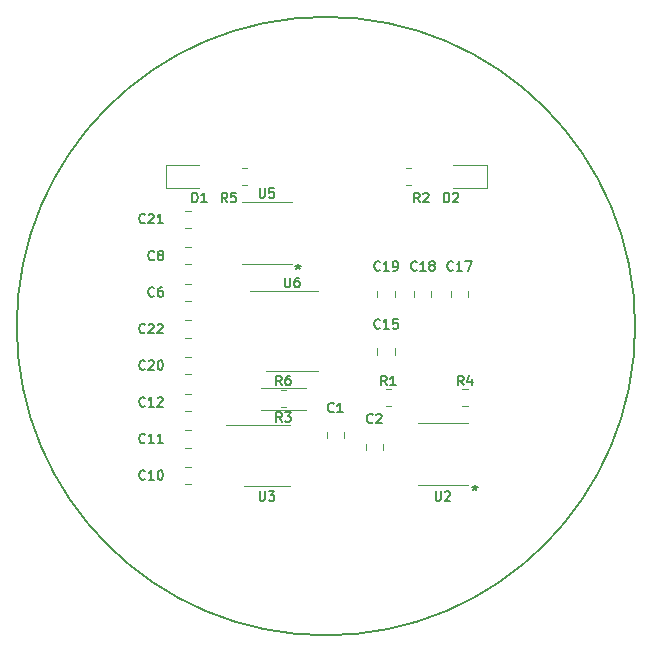
<source format=gbr>
%TF.GenerationSoftware,KiCad,Pcbnew,6.0.10-86aedd382b~118~ubuntu20.04.1*%
%TF.CreationDate,2023-01-12T10:33:16+01:00*%
%TF.ProjectId,thrust_controller,74687275-7374-45f6-936f-6e74726f6c6c,rev?*%
%TF.SameCoordinates,Original*%
%TF.FileFunction,Legend,Top*%
%TF.FilePolarity,Positive*%
%FSLAX46Y46*%
G04 Gerber Fmt 4.6, Leading zero omitted, Abs format (unit mm)*
G04 Created by KiCad (PCBNEW 6.0.10-86aedd382b~118~ubuntu20.04.1) date 2023-01-12 10:33:16*
%MOMM*%
%LPD*%
G01*
G04 APERTURE LIST*
%TA.AperFunction,Profile*%
%ADD10C,0.200000*%
%TD*%
%ADD11C,0.150000*%
%ADD12C,0.120000*%
G04 APERTURE END LIST*
D10*
X169350000Y-83700000D02*
G75*
G03*
X169350000Y-83700000I-26180000J0D01*
G01*
D11*
%TO.C,D1*%
X131869523Y-73211904D02*
X131869523Y-72411904D01*
X132060000Y-72411904D01*
X132174285Y-72450000D01*
X132250476Y-72526190D01*
X132288571Y-72602380D01*
X132326666Y-72754761D01*
X132326666Y-72869047D01*
X132288571Y-73021428D01*
X132250476Y-73097619D01*
X132174285Y-73173809D01*
X132060000Y-73211904D01*
X131869523Y-73211904D01*
X133088571Y-73211904D02*
X132631428Y-73211904D01*
X132860000Y-73211904D02*
X132860000Y-72411904D01*
X132783809Y-72526190D01*
X132707619Y-72602380D01*
X132631428Y-72640476D01*
%TO.C,C21*%
X127845714Y-74935714D02*
X127807619Y-74973809D01*
X127693333Y-75011904D01*
X127617142Y-75011904D01*
X127502857Y-74973809D01*
X127426666Y-74897619D01*
X127388571Y-74821428D01*
X127350476Y-74669047D01*
X127350476Y-74554761D01*
X127388571Y-74402380D01*
X127426666Y-74326190D01*
X127502857Y-74250000D01*
X127617142Y-74211904D01*
X127693333Y-74211904D01*
X127807619Y-74250000D01*
X127845714Y-74288095D01*
X128150476Y-74288095D02*
X128188571Y-74250000D01*
X128264761Y-74211904D01*
X128455238Y-74211904D01*
X128531428Y-74250000D01*
X128569523Y-74288095D01*
X128607619Y-74364285D01*
X128607619Y-74440476D01*
X128569523Y-74554761D01*
X128112380Y-75011904D01*
X128607619Y-75011904D01*
X129369523Y-75011904D02*
X128912380Y-75011904D01*
X129140952Y-75011904D02*
X129140952Y-74211904D01*
X129064761Y-74326190D01*
X128988571Y-74402380D01*
X128912380Y-74440476D01*
%TO.C,C11*%
X127845714Y-93535714D02*
X127807619Y-93573809D01*
X127693333Y-93611904D01*
X127617142Y-93611904D01*
X127502857Y-93573809D01*
X127426666Y-93497619D01*
X127388571Y-93421428D01*
X127350476Y-93269047D01*
X127350476Y-93154761D01*
X127388571Y-93002380D01*
X127426666Y-92926190D01*
X127502857Y-92850000D01*
X127617142Y-92811904D01*
X127693333Y-92811904D01*
X127807619Y-92850000D01*
X127845714Y-92888095D01*
X128607619Y-93611904D02*
X128150476Y-93611904D01*
X128379047Y-93611904D02*
X128379047Y-92811904D01*
X128302857Y-92926190D01*
X128226666Y-93002380D01*
X128150476Y-93040476D01*
X129369523Y-93611904D02*
X128912380Y-93611904D01*
X129140952Y-93611904D02*
X129140952Y-92811904D01*
X129064761Y-92926190D01*
X128988571Y-93002380D01*
X128912380Y-93040476D01*
%TO.C,R1*%
X148326666Y-88711904D02*
X148060000Y-88330952D01*
X147869523Y-88711904D02*
X147869523Y-87911904D01*
X148174285Y-87911904D01*
X148250476Y-87950000D01*
X148288571Y-87988095D01*
X148326666Y-88064285D01*
X148326666Y-88178571D01*
X148288571Y-88254761D01*
X148250476Y-88292857D01*
X148174285Y-88330952D01*
X147869523Y-88330952D01*
X149088571Y-88711904D02*
X148631428Y-88711904D01*
X148860000Y-88711904D02*
X148860000Y-87911904D01*
X148783809Y-88026190D01*
X148707619Y-88102380D01*
X148631428Y-88140476D01*
%TO.C,C6*%
X128626666Y-81135714D02*
X128588571Y-81173809D01*
X128474285Y-81211904D01*
X128398095Y-81211904D01*
X128283809Y-81173809D01*
X128207619Y-81097619D01*
X128169523Y-81021428D01*
X128131428Y-80869047D01*
X128131428Y-80754761D01*
X128169523Y-80602380D01*
X128207619Y-80526190D01*
X128283809Y-80450000D01*
X128398095Y-80411904D01*
X128474285Y-80411904D01*
X128588571Y-80450000D01*
X128626666Y-80488095D01*
X129312380Y-80411904D02*
X129160000Y-80411904D01*
X129083809Y-80450000D01*
X129045714Y-80488095D01*
X128969523Y-80602380D01*
X128931428Y-80754761D01*
X128931428Y-81059523D01*
X128969523Y-81135714D01*
X129007619Y-81173809D01*
X129083809Y-81211904D01*
X129236190Y-81211904D01*
X129312380Y-81173809D01*
X129350476Y-81135714D01*
X129388571Y-81059523D01*
X129388571Y-80869047D01*
X129350476Y-80792857D01*
X129312380Y-80754761D01*
X129236190Y-80716666D01*
X129083809Y-80716666D01*
X129007619Y-80754761D01*
X128969523Y-80792857D01*
X128931428Y-80869047D01*
%TO.C,C19*%
X147745714Y-78935714D02*
X147707619Y-78973809D01*
X147593333Y-79011904D01*
X147517142Y-79011904D01*
X147402857Y-78973809D01*
X147326666Y-78897619D01*
X147288571Y-78821428D01*
X147250476Y-78669047D01*
X147250476Y-78554761D01*
X147288571Y-78402380D01*
X147326666Y-78326190D01*
X147402857Y-78250000D01*
X147517142Y-78211904D01*
X147593333Y-78211904D01*
X147707619Y-78250000D01*
X147745714Y-78288095D01*
X148507619Y-79011904D02*
X148050476Y-79011904D01*
X148279047Y-79011904D02*
X148279047Y-78211904D01*
X148202857Y-78326190D01*
X148126666Y-78402380D01*
X148050476Y-78440476D01*
X148888571Y-79011904D02*
X149040952Y-79011904D01*
X149117142Y-78973809D01*
X149155238Y-78935714D01*
X149231428Y-78821428D01*
X149269523Y-78669047D01*
X149269523Y-78364285D01*
X149231428Y-78288095D01*
X149193333Y-78250000D01*
X149117142Y-78211904D01*
X148964761Y-78211904D01*
X148888571Y-78250000D01*
X148850476Y-78288095D01*
X148812380Y-78364285D01*
X148812380Y-78554761D01*
X148850476Y-78630952D01*
X148888571Y-78669047D01*
X148964761Y-78707142D01*
X149117142Y-78707142D01*
X149193333Y-78669047D01*
X149231428Y-78630952D01*
X149269523Y-78554761D01*
%TO.C,C15*%
X147745714Y-83835714D02*
X147707619Y-83873809D01*
X147593333Y-83911904D01*
X147517142Y-83911904D01*
X147402857Y-83873809D01*
X147326666Y-83797619D01*
X147288571Y-83721428D01*
X147250476Y-83569047D01*
X147250476Y-83454761D01*
X147288571Y-83302380D01*
X147326666Y-83226190D01*
X147402857Y-83150000D01*
X147517142Y-83111904D01*
X147593333Y-83111904D01*
X147707619Y-83150000D01*
X147745714Y-83188095D01*
X148507619Y-83911904D02*
X148050476Y-83911904D01*
X148279047Y-83911904D02*
X148279047Y-83111904D01*
X148202857Y-83226190D01*
X148126666Y-83302380D01*
X148050476Y-83340476D01*
X149231428Y-83111904D02*
X148850476Y-83111904D01*
X148812380Y-83492857D01*
X148850476Y-83454761D01*
X148926666Y-83416666D01*
X149117142Y-83416666D01*
X149193333Y-83454761D01*
X149231428Y-83492857D01*
X149269523Y-83569047D01*
X149269523Y-83759523D01*
X149231428Y-83835714D01*
X149193333Y-83873809D01*
X149117142Y-83911904D01*
X148926666Y-83911904D01*
X148850476Y-83873809D01*
X148812380Y-83835714D01*
%TO.C,C1*%
X143826666Y-90935714D02*
X143788571Y-90973809D01*
X143674285Y-91011904D01*
X143598095Y-91011904D01*
X143483809Y-90973809D01*
X143407619Y-90897619D01*
X143369523Y-90821428D01*
X143331428Y-90669047D01*
X143331428Y-90554761D01*
X143369523Y-90402380D01*
X143407619Y-90326190D01*
X143483809Y-90250000D01*
X143598095Y-90211904D01*
X143674285Y-90211904D01*
X143788571Y-90250000D01*
X143826666Y-90288095D01*
X144588571Y-91011904D02*
X144131428Y-91011904D01*
X144360000Y-91011904D02*
X144360000Y-90211904D01*
X144283809Y-90326190D01*
X144207619Y-90402380D01*
X144131428Y-90440476D01*
%TO.C,U6*%
X139700476Y-79594404D02*
X139700476Y-80242023D01*
X139738571Y-80318214D01*
X139776666Y-80356309D01*
X139852857Y-80394404D01*
X140005238Y-80394404D01*
X140081428Y-80356309D01*
X140119523Y-80318214D01*
X140157619Y-80242023D01*
X140157619Y-79594404D01*
X140881428Y-79594404D02*
X140729047Y-79594404D01*
X140652857Y-79632500D01*
X140614761Y-79670595D01*
X140538571Y-79784880D01*
X140500476Y-79937261D01*
X140500476Y-80242023D01*
X140538571Y-80318214D01*
X140576666Y-80356309D01*
X140652857Y-80394404D01*
X140805238Y-80394404D01*
X140881428Y-80356309D01*
X140919523Y-80318214D01*
X140957619Y-80242023D01*
X140957619Y-80051547D01*
X140919523Y-79975357D01*
X140881428Y-79937261D01*
X140805238Y-79899166D01*
X140652857Y-79899166D01*
X140576666Y-79937261D01*
X140538571Y-79975357D01*
X140500476Y-80051547D01*
%TO.C,C17*%
X153945714Y-78935714D02*
X153907619Y-78973809D01*
X153793333Y-79011904D01*
X153717142Y-79011904D01*
X153602857Y-78973809D01*
X153526666Y-78897619D01*
X153488571Y-78821428D01*
X153450476Y-78669047D01*
X153450476Y-78554761D01*
X153488571Y-78402380D01*
X153526666Y-78326190D01*
X153602857Y-78250000D01*
X153717142Y-78211904D01*
X153793333Y-78211904D01*
X153907619Y-78250000D01*
X153945714Y-78288095D01*
X154707619Y-79011904D02*
X154250476Y-79011904D01*
X154479047Y-79011904D02*
X154479047Y-78211904D01*
X154402857Y-78326190D01*
X154326666Y-78402380D01*
X154250476Y-78440476D01*
X154974285Y-78211904D02*
X155507619Y-78211904D01*
X155164761Y-79011904D01*
%TO.C,C2*%
X147126666Y-91835714D02*
X147088571Y-91873809D01*
X146974285Y-91911904D01*
X146898095Y-91911904D01*
X146783809Y-91873809D01*
X146707619Y-91797619D01*
X146669523Y-91721428D01*
X146631428Y-91569047D01*
X146631428Y-91454761D01*
X146669523Y-91302380D01*
X146707619Y-91226190D01*
X146783809Y-91150000D01*
X146898095Y-91111904D01*
X146974285Y-91111904D01*
X147088571Y-91150000D01*
X147126666Y-91188095D01*
X147431428Y-91188095D02*
X147469523Y-91150000D01*
X147545714Y-91111904D01*
X147736190Y-91111904D01*
X147812380Y-91150000D01*
X147850476Y-91188095D01*
X147888571Y-91264285D01*
X147888571Y-91340476D01*
X147850476Y-91454761D01*
X147393333Y-91911904D01*
X147888571Y-91911904D01*
%TO.C,U2*%
X152450476Y-97681904D02*
X152450476Y-98329523D01*
X152488571Y-98405714D01*
X152526666Y-98443809D01*
X152602857Y-98481904D01*
X152755238Y-98481904D01*
X152831428Y-98443809D01*
X152869523Y-98405714D01*
X152907619Y-98329523D01*
X152907619Y-97681904D01*
X153250476Y-97758095D02*
X153288571Y-97720000D01*
X153364761Y-97681904D01*
X153555238Y-97681904D01*
X153631428Y-97720000D01*
X153669523Y-97758095D01*
X153707619Y-97834285D01*
X153707619Y-97910476D01*
X153669523Y-98024761D01*
X153212380Y-98481904D01*
X153707619Y-98481904D01*
X155770000Y-97142380D02*
X155770000Y-97380476D01*
X155531904Y-97285238D02*
X155770000Y-97380476D01*
X156008095Y-97285238D01*
X155627142Y-97570952D02*
X155770000Y-97380476D01*
X155912857Y-97570952D01*
%TO.C,C18*%
X150845714Y-78935714D02*
X150807619Y-78973809D01*
X150693333Y-79011904D01*
X150617142Y-79011904D01*
X150502857Y-78973809D01*
X150426666Y-78897619D01*
X150388571Y-78821428D01*
X150350476Y-78669047D01*
X150350476Y-78554761D01*
X150388571Y-78402380D01*
X150426666Y-78326190D01*
X150502857Y-78250000D01*
X150617142Y-78211904D01*
X150693333Y-78211904D01*
X150807619Y-78250000D01*
X150845714Y-78288095D01*
X151607619Y-79011904D02*
X151150476Y-79011904D01*
X151379047Y-79011904D02*
X151379047Y-78211904D01*
X151302857Y-78326190D01*
X151226666Y-78402380D01*
X151150476Y-78440476D01*
X152064761Y-78554761D02*
X151988571Y-78516666D01*
X151950476Y-78478571D01*
X151912380Y-78402380D01*
X151912380Y-78364285D01*
X151950476Y-78288095D01*
X151988571Y-78250000D01*
X152064761Y-78211904D01*
X152217142Y-78211904D01*
X152293333Y-78250000D01*
X152331428Y-78288095D01*
X152369523Y-78364285D01*
X152369523Y-78402380D01*
X152331428Y-78478571D01*
X152293333Y-78516666D01*
X152217142Y-78554761D01*
X152064761Y-78554761D01*
X151988571Y-78592857D01*
X151950476Y-78630952D01*
X151912380Y-78707142D01*
X151912380Y-78859523D01*
X151950476Y-78935714D01*
X151988571Y-78973809D01*
X152064761Y-79011904D01*
X152217142Y-79011904D01*
X152293333Y-78973809D01*
X152331428Y-78935714D01*
X152369523Y-78859523D01*
X152369523Y-78707142D01*
X152331428Y-78630952D01*
X152293333Y-78592857D01*
X152217142Y-78554761D01*
%TO.C,R5*%
X134826666Y-73211904D02*
X134560000Y-72830952D01*
X134369523Y-73211904D02*
X134369523Y-72411904D01*
X134674285Y-72411904D01*
X134750476Y-72450000D01*
X134788571Y-72488095D01*
X134826666Y-72564285D01*
X134826666Y-72678571D01*
X134788571Y-72754761D01*
X134750476Y-72792857D01*
X134674285Y-72830952D01*
X134369523Y-72830952D01*
X135550476Y-72411904D02*
X135169523Y-72411904D01*
X135131428Y-72792857D01*
X135169523Y-72754761D01*
X135245714Y-72716666D01*
X135436190Y-72716666D01*
X135512380Y-72754761D01*
X135550476Y-72792857D01*
X135588571Y-72869047D01*
X135588571Y-73059523D01*
X135550476Y-73135714D01*
X135512380Y-73173809D01*
X135436190Y-73211904D01*
X135245714Y-73211904D01*
X135169523Y-73173809D01*
X135131428Y-73135714D01*
%TO.C,R6*%
X139426666Y-88711904D02*
X139160000Y-88330952D01*
X138969523Y-88711904D02*
X138969523Y-87911904D01*
X139274285Y-87911904D01*
X139350476Y-87950000D01*
X139388571Y-87988095D01*
X139426666Y-88064285D01*
X139426666Y-88178571D01*
X139388571Y-88254761D01*
X139350476Y-88292857D01*
X139274285Y-88330952D01*
X138969523Y-88330952D01*
X140112380Y-87911904D02*
X139960000Y-87911904D01*
X139883809Y-87950000D01*
X139845714Y-87988095D01*
X139769523Y-88102380D01*
X139731428Y-88254761D01*
X139731428Y-88559523D01*
X139769523Y-88635714D01*
X139807619Y-88673809D01*
X139883809Y-88711904D01*
X140036190Y-88711904D01*
X140112380Y-88673809D01*
X140150476Y-88635714D01*
X140188571Y-88559523D01*
X140188571Y-88369047D01*
X140150476Y-88292857D01*
X140112380Y-88254761D01*
X140036190Y-88216666D01*
X139883809Y-88216666D01*
X139807619Y-88254761D01*
X139769523Y-88292857D01*
X139731428Y-88369047D01*
%TO.C,R4*%
X154826666Y-88711904D02*
X154560000Y-88330952D01*
X154369523Y-88711904D02*
X154369523Y-87911904D01*
X154674285Y-87911904D01*
X154750476Y-87950000D01*
X154788571Y-87988095D01*
X154826666Y-88064285D01*
X154826666Y-88178571D01*
X154788571Y-88254761D01*
X154750476Y-88292857D01*
X154674285Y-88330952D01*
X154369523Y-88330952D01*
X155512380Y-88178571D02*
X155512380Y-88711904D01*
X155321904Y-87873809D02*
X155131428Y-88445238D01*
X155626666Y-88445238D01*
%TO.C,C20*%
X127845714Y-87335714D02*
X127807619Y-87373809D01*
X127693333Y-87411904D01*
X127617142Y-87411904D01*
X127502857Y-87373809D01*
X127426666Y-87297619D01*
X127388571Y-87221428D01*
X127350476Y-87069047D01*
X127350476Y-86954761D01*
X127388571Y-86802380D01*
X127426666Y-86726190D01*
X127502857Y-86650000D01*
X127617142Y-86611904D01*
X127693333Y-86611904D01*
X127807619Y-86650000D01*
X127845714Y-86688095D01*
X128150476Y-86688095D02*
X128188571Y-86650000D01*
X128264761Y-86611904D01*
X128455238Y-86611904D01*
X128531428Y-86650000D01*
X128569523Y-86688095D01*
X128607619Y-86764285D01*
X128607619Y-86840476D01*
X128569523Y-86954761D01*
X128112380Y-87411904D01*
X128607619Y-87411904D01*
X129102857Y-86611904D02*
X129179047Y-86611904D01*
X129255238Y-86650000D01*
X129293333Y-86688095D01*
X129331428Y-86764285D01*
X129369523Y-86916666D01*
X129369523Y-87107142D01*
X129331428Y-87259523D01*
X129293333Y-87335714D01*
X129255238Y-87373809D01*
X129179047Y-87411904D01*
X129102857Y-87411904D01*
X129026666Y-87373809D01*
X128988571Y-87335714D01*
X128950476Y-87259523D01*
X128912380Y-87107142D01*
X128912380Y-86916666D01*
X128950476Y-86764285D01*
X128988571Y-86688095D01*
X129026666Y-86650000D01*
X129102857Y-86611904D01*
%TO.C,C8*%
X128626666Y-78035714D02*
X128588571Y-78073809D01*
X128474285Y-78111904D01*
X128398095Y-78111904D01*
X128283809Y-78073809D01*
X128207619Y-77997619D01*
X128169523Y-77921428D01*
X128131428Y-77769047D01*
X128131428Y-77654761D01*
X128169523Y-77502380D01*
X128207619Y-77426190D01*
X128283809Y-77350000D01*
X128398095Y-77311904D01*
X128474285Y-77311904D01*
X128588571Y-77350000D01*
X128626666Y-77388095D01*
X129083809Y-77654761D02*
X129007619Y-77616666D01*
X128969523Y-77578571D01*
X128931428Y-77502380D01*
X128931428Y-77464285D01*
X128969523Y-77388095D01*
X129007619Y-77350000D01*
X129083809Y-77311904D01*
X129236190Y-77311904D01*
X129312380Y-77350000D01*
X129350476Y-77388095D01*
X129388571Y-77464285D01*
X129388571Y-77502380D01*
X129350476Y-77578571D01*
X129312380Y-77616666D01*
X129236190Y-77654761D01*
X129083809Y-77654761D01*
X129007619Y-77692857D01*
X128969523Y-77730952D01*
X128931428Y-77807142D01*
X128931428Y-77959523D01*
X128969523Y-78035714D01*
X129007619Y-78073809D01*
X129083809Y-78111904D01*
X129236190Y-78111904D01*
X129312380Y-78073809D01*
X129350476Y-78035714D01*
X129388571Y-77959523D01*
X129388571Y-77807142D01*
X129350476Y-77730952D01*
X129312380Y-77692857D01*
X129236190Y-77654761D01*
%TO.C,C12*%
X127845714Y-90435714D02*
X127807619Y-90473809D01*
X127693333Y-90511904D01*
X127617142Y-90511904D01*
X127502857Y-90473809D01*
X127426666Y-90397619D01*
X127388571Y-90321428D01*
X127350476Y-90169047D01*
X127350476Y-90054761D01*
X127388571Y-89902380D01*
X127426666Y-89826190D01*
X127502857Y-89750000D01*
X127617142Y-89711904D01*
X127693333Y-89711904D01*
X127807619Y-89750000D01*
X127845714Y-89788095D01*
X128607619Y-90511904D02*
X128150476Y-90511904D01*
X128379047Y-90511904D02*
X128379047Y-89711904D01*
X128302857Y-89826190D01*
X128226666Y-89902380D01*
X128150476Y-89940476D01*
X128912380Y-89788095D02*
X128950476Y-89750000D01*
X129026666Y-89711904D01*
X129217142Y-89711904D01*
X129293333Y-89750000D01*
X129331428Y-89788095D01*
X129369523Y-89864285D01*
X129369523Y-89940476D01*
X129331428Y-90054761D01*
X128874285Y-90511904D01*
X129369523Y-90511904D01*
%TO.C,C10*%
X127845714Y-96635714D02*
X127807619Y-96673809D01*
X127693333Y-96711904D01*
X127617142Y-96711904D01*
X127502857Y-96673809D01*
X127426666Y-96597619D01*
X127388571Y-96521428D01*
X127350476Y-96369047D01*
X127350476Y-96254761D01*
X127388571Y-96102380D01*
X127426666Y-96026190D01*
X127502857Y-95950000D01*
X127617142Y-95911904D01*
X127693333Y-95911904D01*
X127807619Y-95950000D01*
X127845714Y-95988095D01*
X128607619Y-96711904D02*
X128150476Y-96711904D01*
X128379047Y-96711904D02*
X128379047Y-95911904D01*
X128302857Y-96026190D01*
X128226666Y-96102380D01*
X128150476Y-96140476D01*
X129102857Y-95911904D02*
X129179047Y-95911904D01*
X129255238Y-95950000D01*
X129293333Y-95988095D01*
X129331428Y-96064285D01*
X129369523Y-96216666D01*
X129369523Y-96407142D01*
X129331428Y-96559523D01*
X129293333Y-96635714D01*
X129255238Y-96673809D01*
X129179047Y-96711904D01*
X129102857Y-96711904D01*
X129026666Y-96673809D01*
X128988571Y-96635714D01*
X128950476Y-96559523D01*
X128912380Y-96407142D01*
X128912380Y-96216666D01*
X128950476Y-96064285D01*
X128988571Y-95988095D01*
X129026666Y-95950000D01*
X129102857Y-95911904D01*
%TO.C,R3*%
X139426666Y-91811904D02*
X139160000Y-91430952D01*
X138969523Y-91811904D02*
X138969523Y-91011904D01*
X139274285Y-91011904D01*
X139350476Y-91050000D01*
X139388571Y-91088095D01*
X139426666Y-91164285D01*
X139426666Y-91278571D01*
X139388571Y-91354761D01*
X139350476Y-91392857D01*
X139274285Y-91430952D01*
X138969523Y-91430952D01*
X139693333Y-91011904D02*
X140188571Y-91011904D01*
X139921904Y-91316666D01*
X140036190Y-91316666D01*
X140112380Y-91354761D01*
X140150476Y-91392857D01*
X140188571Y-91469047D01*
X140188571Y-91659523D01*
X140150476Y-91735714D01*
X140112380Y-91773809D01*
X140036190Y-91811904D01*
X139807619Y-91811904D01*
X139731428Y-91773809D01*
X139693333Y-91735714D01*
%TO.C,C22*%
X127845714Y-84235714D02*
X127807619Y-84273809D01*
X127693333Y-84311904D01*
X127617142Y-84311904D01*
X127502857Y-84273809D01*
X127426666Y-84197619D01*
X127388571Y-84121428D01*
X127350476Y-83969047D01*
X127350476Y-83854761D01*
X127388571Y-83702380D01*
X127426666Y-83626190D01*
X127502857Y-83550000D01*
X127617142Y-83511904D01*
X127693333Y-83511904D01*
X127807619Y-83550000D01*
X127845714Y-83588095D01*
X128150476Y-83588095D02*
X128188571Y-83550000D01*
X128264761Y-83511904D01*
X128455238Y-83511904D01*
X128531428Y-83550000D01*
X128569523Y-83588095D01*
X128607619Y-83664285D01*
X128607619Y-83740476D01*
X128569523Y-83854761D01*
X128112380Y-84311904D01*
X128607619Y-84311904D01*
X128912380Y-83588095D02*
X128950476Y-83550000D01*
X129026666Y-83511904D01*
X129217142Y-83511904D01*
X129293333Y-83550000D01*
X129331428Y-83588095D01*
X129369523Y-83664285D01*
X129369523Y-83740476D01*
X129331428Y-83854761D01*
X128874285Y-84311904D01*
X129369523Y-84311904D01*
%TO.C,D2*%
X153169523Y-73211904D02*
X153169523Y-72411904D01*
X153360000Y-72411904D01*
X153474285Y-72450000D01*
X153550476Y-72526190D01*
X153588571Y-72602380D01*
X153626666Y-72754761D01*
X153626666Y-72869047D01*
X153588571Y-73021428D01*
X153550476Y-73097619D01*
X153474285Y-73173809D01*
X153360000Y-73211904D01*
X153169523Y-73211904D01*
X153931428Y-72488095D02*
X153969523Y-72450000D01*
X154045714Y-72411904D01*
X154236190Y-72411904D01*
X154312380Y-72450000D01*
X154350476Y-72488095D01*
X154388571Y-72564285D01*
X154388571Y-72640476D01*
X154350476Y-72754761D01*
X153893333Y-73211904D01*
X154388571Y-73211904D01*
%TO.C,U5*%
X137550476Y-72021904D02*
X137550476Y-72669523D01*
X137588571Y-72745714D01*
X137626666Y-72783809D01*
X137702857Y-72821904D01*
X137855238Y-72821904D01*
X137931428Y-72783809D01*
X137969523Y-72745714D01*
X138007619Y-72669523D01*
X138007619Y-72021904D01*
X138769523Y-72021904D02*
X138388571Y-72021904D01*
X138350476Y-72402857D01*
X138388571Y-72364761D01*
X138464761Y-72326666D01*
X138655238Y-72326666D01*
X138731428Y-72364761D01*
X138769523Y-72402857D01*
X138807619Y-72479047D01*
X138807619Y-72669523D01*
X138769523Y-72745714D01*
X138731428Y-72783809D01*
X138655238Y-72821904D01*
X138464761Y-72821904D01*
X138388571Y-72783809D01*
X138350476Y-72745714D01*
X140810000Y-78432380D02*
X140810000Y-78670476D01*
X140571904Y-78575238D02*
X140810000Y-78670476D01*
X141048095Y-78575238D01*
X140667142Y-78860952D02*
X140810000Y-78670476D01*
X140952857Y-78860952D01*
%TO.C,U3*%
X137550476Y-97681904D02*
X137550476Y-98329523D01*
X137588571Y-98405714D01*
X137626666Y-98443809D01*
X137702857Y-98481904D01*
X137855238Y-98481904D01*
X137931428Y-98443809D01*
X137969523Y-98405714D01*
X138007619Y-98329523D01*
X138007619Y-97681904D01*
X138312380Y-97681904D02*
X138807619Y-97681904D01*
X138540952Y-97986666D01*
X138655238Y-97986666D01*
X138731428Y-98024761D01*
X138769523Y-98062857D01*
X138807619Y-98139047D01*
X138807619Y-98329523D01*
X138769523Y-98405714D01*
X138731428Y-98443809D01*
X138655238Y-98481904D01*
X138426666Y-98481904D01*
X138350476Y-98443809D01*
X138312380Y-98405714D01*
%TO.C,R2*%
X151126666Y-73211904D02*
X150860000Y-72830952D01*
X150669523Y-73211904D02*
X150669523Y-72411904D01*
X150974285Y-72411904D01*
X151050476Y-72450000D01*
X151088571Y-72488095D01*
X151126666Y-72564285D01*
X151126666Y-72678571D01*
X151088571Y-72754761D01*
X151050476Y-72792857D01*
X150974285Y-72830952D01*
X150669523Y-72830952D01*
X151431428Y-72488095D02*
X151469523Y-72450000D01*
X151545714Y-72411904D01*
X151736190Y-72411904D01*
X151812380Y-72450000D01*
X151850476Y-72488095D01*
X151888571Y-72564285D01*
X151888571Y-72640476D01*
X151850476Y-72754761D01*
X151393333Y-73211904D01*
X151888571Y-73211904D01*
D12*
%TO.C,D1*%
X129600000Y-70090000D02*
X129600000Y-72010000D01*
X129600000Y-72010000D02*
X132460000Y-72010000D01*
X132460000Y-70090000D02*
X129600000Y-70090000D01*
%TO.C,C21*%
X131721252Y-73915000D02*
X131198748Y-73915000D01*
X131721252Y-75385000D02*
X131198748Y-75385000D01*
%TO.C,C11*%
X131198748Y-93985000D02*
X131721252Y-93985000D01*
X131198748Y-92515000D02*
X131721252Y-92515000D01*
%TO.C,R1*%
X148232936Y-90485000D02*
X148687064Y-90485000D01*
X148232936Y-89015000D02*
X148687064Y-89015000D01*
%TO.C,C6*%
X131721252Y-80115000D02*
X131198748Y-80115000D01*
X131721252Y-81585000D02*
X131198748Y-81585000D01*
%TO.C,C19*%
X148995000Y-81211252D02*
X148995000Y-80688748D01*
X147525000Y-81211252D02*
X147525000Y-80688748D01*
%TO.C,C15*%
X147525000Y-85588748D02*
X147525000Y-86111252D01*
X148995000Y-85588748D02*
X148995000Y-86111252D01*
%TO.C,C1*%
X144695000Y-93211252D02*
X144695000Y-92688748D01*
X143225000Y-93211252D02*
X143225000Y-92688748D01*
%TO.C,U6*%
X140310000Y-87535000D02*
X138110000Y-87535000D01*
X140310000Y-87535000D02*
X142510000Y-87535000D01*
X140310000Y-80765000D02*
X136710000Y-80765000D01*
X140310000Y-80765000D02*
X142510000Y-80765000D01*
%TO.C,C17*%
X155195000Y-81211252D02*
X155195000Y-80688748D01*
X153725000Y-81211252D02*
X153725000Y-80688748D01*
%TO.C,C2*%
X146525000Y-94211252D02*
X146525000Y-93688748D01*
X147995000Y-94211252D02*
X147995000Y-93688748D01*
%TO.C,U2*%
X155180900Y-91921100D02*
X150939100Y-91921100D01*
X150939100Y-97178900D02*
X155180900Y-97178900D01*
%TO.C,C18*%
X150625000Y-81211252D02*
X150625000Y-80688748D01*
X152095000Y-81211252D02*
X152095000Y-80688748D01*
%TO.C,R5*%
X136032936Y-71785000D02*
X136487064Y-71785000D01*
X136032936Y-70315000D02*
X136487064Y-70315000D01*
%TO.C,R6*%
X137640000Y-90770000D02*
X141480000Y-90770000D01*
X137640000Y-88930000D02*
X141480000Y-88930000D01*
%TO.C,R4*%
X154732936Y-89015000D02*
X155187064Y-89015000D01*
X154732936Y-90485000D02*
X155187064Y-90485000D01*
%TO.C,C20*%
X131721252Y-87785000D02*
X131198748Y-87785000D01*
X131721252Y-86315000D02*
X131198748Y-86315000D01*
%TO.C,C8*%
X131721252Y-77015000D02*
X131198748Y-77015000D01*
X131721252Y-78485000D02*
X131198748Y-78485000D01*
%TO.C,C12*%
X131721252Y-90885000D02*
X131198748Y-90885000D01*
X131721252Y-89415000D02*
X131198748Y-89415000D01*
%TO.C,C10*%
X131198748Y-95615000D02*
X131721252Y-95615000D01*
X131198748Y-97085000D02*
X131721252Y-97085000D01*
%TO.C,R3*%
X139332936Y-90585000D02*
X139787064Y-90585000D01*
X139332936Y-89115000D02*
X139787064Y-89115000D01*
%TO.C,C22*%
X131721252Y-84685000D02*
X131198748Y-84685000D01*
X131721252Y-83215000D02*
X131198748Y-83215000D01*
%TO.C,D2*%
X156820000Y-72010000D02*
X156820000Y-70090000D01*
X153960000Y-72010000D02*
X156820000Y-72010000D01*
X156820000Y-70090000D02*
X153960000Y-70090000D01*
%TO.C,U5*%
X136039100Y-78478900D02*
X140280900Y-78478900D01*
X140280900Y-73221100D02*
X136039100Y-73221100D01*
%TO.C,U3*%
X138160000Y-92090000D02*
X140110000Y-92090000D01*
X138160000Y-97210000D02*
X136210000Y-97210000D01*
X138160000Y-97210000D02*
X140110000Y-97210000D01*
X138160000Y-92090000D02*
X134710000Y-92090000D01*
%TO.C,R2*%
X149932936Y-70315000D02*
X150387064Y-70315000D01*
X149932936Y-71785000D02*
X150387064Y-71785000D01*
%TD*%
M02*

</source>
